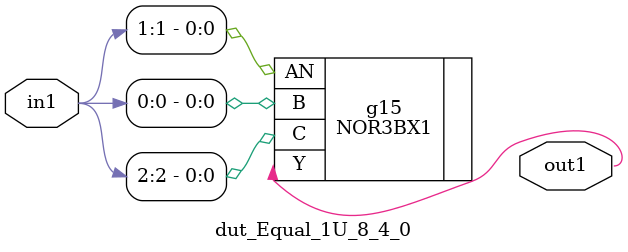
<source format=v>
`timescale 1ps / 1ps


module dut_Equal_1U_8_4_0(in1, out1);
  input [2:0] in1;
  output out1;
  wire [2:0] in1;
  wire out1;
  NOR3BX1 g15(.AN (in1[1]), .B (in1[0]), .C (in1[2]), .Y (out1));
endmodule



</source>
